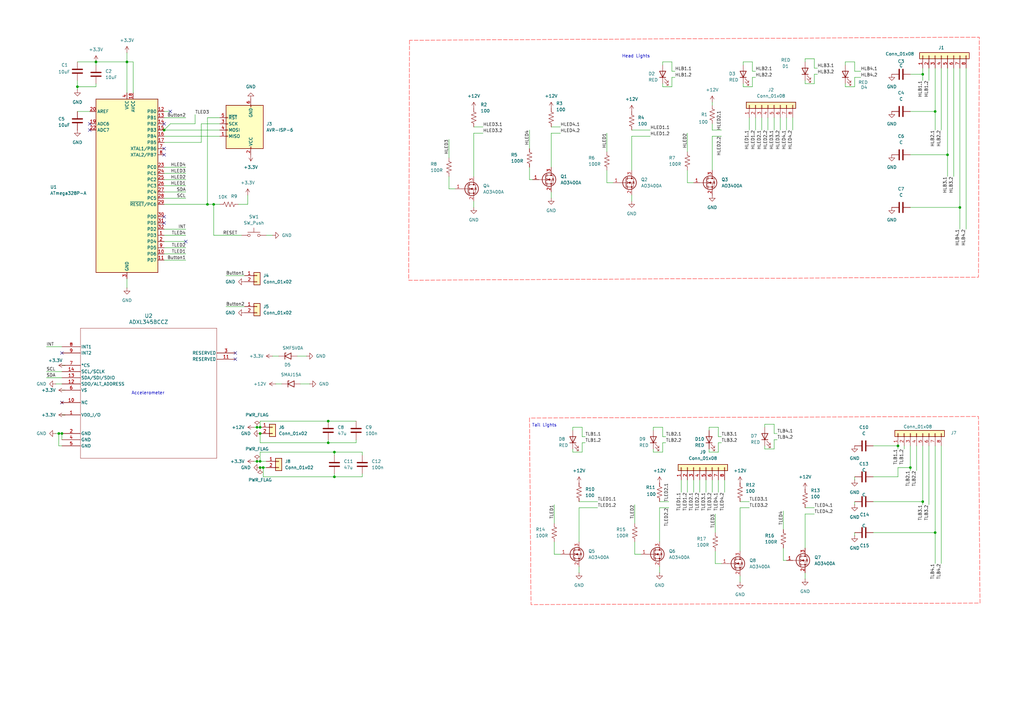
<source format=kicad_sch>
(kicad_sch (version 20250114) (generator "eeschema") (generator_version "9.0")
  (paper "A3")
  (lib_symbols
    (symbol "ADXL345BCCZ:ADXL345BCCZ" (pin_names (offset 0.254))
      (property "Reference" "U2" (at 35.56 12.7 0))
      (property "Value" "ADXL345BCCZ" (at 35.56 10.16 0))
      (symbol "ADXL345BCCZ_1_1"
        (pin output line (at 0 0 0) (length 7.62) (name "INT1") (number "8"))
        (pin output line (at 0 -2.54 0) (length 7.62) (name "INT2") (number "9"))
        (pin input line (at 0 -7.62 0) (length 7.62) (name "*CS") (number "7"))
        (pin bidirectional line (at 0 -10.16 0) (length 7.62) (name "SCL/SCLK") (number "14"))
        (pin bidirectional line (at 0 -12.7 0) (length 7.62) (name "SDA/SDI/SDIO") (number "13"))
        (pin power_in line (at 0 -15.24 0) (length 7.62) (name "SDO/ALT_ADDRESS") (number "12"))
        (pin power_in line (at 0 -17.78 0) (length 7.62) (name "VS") (number "6"))
        (pin no_connect line (at 0 -22.86 0) (length 7.62) (name "NC") (number "10"))
        (pin power_in line (at 0 -27.94 0) (length 7.62) (name "VDD_I/O") (number "1"))
        (pin power_in line (at 0 -35.56 0) (length 7.62) (name "GND") (number "2"))
        (pin power_in line (at 0 -38.1 0) (length 7.62) (name "GND") (number "4"))
        (pin power_in line (at 0 -40.64 0) (length 7.62) (name "GND") (number "5"))
        (pin passive line (at 71.12 -2.54 180) (length 7.62) (name "RESERVED") (number "3"))
        (pin passive line (at 71.12 -5.08 180) (length 7.62) (name "RESERVED") (number "11"))
      )
    )
    (symbol "AVR-ISP-6_1" (pin_names (offset 1.016))
      (property "Reference" "J" (at -6.35 11.43 0))
      (property "Value" "AVR-ISP-6" (at 0 11.43 0))
      (symbol "AVR-ISP-6_1_1_1"
        (pin passive line (at -2.54 12.7 270) (length 2.54) (name "VCC") (number "2"))
        (pin passive line (at -2.54 -10.16 90) (length 2.54) (name "GND") (number "6"))
        (pin passive line (at 10.16 5.08 180) (length 2.54) (name "MISO") (number "1"))
        (pin passive line (at 10.16 2.54 180) (length 2.54) (name "MOSI") (number "4"))
        (pin passive line (at 10.16 0 180) (length 2.54) (name "SCK") (number "3"))
        (pin passive line (at 10.16 -2.54 180) (length 2.54) (name "~{RST}") (number "5"))
      )
    )
    (symbol "Connector_Generic:Conn_01x02" (pin_names (offset 1.016) (hide yes))
      (property "Reference" "J" (at 0 2.54 0))
      (property "Value" "Conn_01x02" (at 0 -5.08 0))
      (symbol "Conn_01x02_1_1"
        (pin passive line (at -5.08 0 0) (length 3.81) (name "Pin_1") (number "1"))
        (pin passive line (at -5.08 -2.54 0) (length 3.81) (name "Pin_2") (number "2"))
      )
    )
    (symbol "Connector_Generic:Conn_01x08" (pin_names (offset 1.016) (hide yes))
      (property "Reference" "J" (at 0 10.16 0))
      (property "Value" "Conn_01x08" (at 0 -12.7 0))
      (symbol "Conn_01x08_1_1"
        (pin passive line (at -5.08 7.62 0) (length 3.81) (name "Pin_1") (number "1"))
        (pin passive line (at -5.08 5.08 0) (length 3.81) (name "Pin_2") (number "2"))
        (pin passive line (at -5.08 2.54 0) (length 3.81) (name "Pin_3") (number "3"))
        (pin passive line (at -5.08 0 0) (length 3.81) (name "Pin_4") (number "4"))
        (pin passive line (at -5.08 -2.54 0) (length 3.81) (name "Pin_5") (number "5"))
        (pin passive line (at -5.08 -5.08 0) (length 3.81) (name "Pin_6") (number "6"))
        (pin passive line (at -5.08 -7.62 0) (length 3.81) (name "Pin_7") (number "7"))
        (pin passive line (at -5.08 -10.16 0) (length 3.81) (name "Pin_8") (number "8"))
      )
    )
    (symbol "Device:C" (pin_numbers (hide yes)) (pin_names (offset 0.254))
      (property "Reference" "C" (at 0.635 2.54 0))
      (property "Value" "C" (at 0.635 -2.54 0))
      (symbol "C_1_1"
        (pin passive line (at 0 3.81 270) (length 2.794) (name "~") (number "1"))
        (pin passive line (at 0 -3.81 90) (length 2.794) (name "~") (number "2"))
      )
    )
    (symbol "Device:LED" (pin_numbers (hide yes)) (pin_names (offset 1.016) (hide yes))
      (property "Reference" "D" (at 0 2.54 0))
      (property "Value" "LED" (at 0 -2.54 0))
      (symbol "LED_1_1"
        (pin passive line (at -3.81 0 0) (length 2.54) (name "K") (number "1"))
        (pin passive line (at 3.81 0 180) (length 2.54) (name "A") (number "2"))
      )
    )
    (symbol "Device:R_US" (pin_numbers (hide yes)) (pin_names (offset 0))
      (property "Reference" "R" (at 2.54 0 90))
      (property "Value" "R_US" (at -2.54 0 90))
      (symbol "R_US_1_1"
        (pin passive line (at 0 3.81 270) (length 1.27) (name "~") (number "1"))
        (pin passive line (at 0 -3.81 90) (length 1.27) (name "~") (number "2"))
      )
    )
    (symbol "Diode:SMAJ15A" (pin_numbers (hide yes)) (pin_names (offset 1.016) (hide yes))
      (property "Reference" "D" (at 0 2.54 0))
      (property "Value" "SMAJ15A" (at 0 -2.54 0))
      (symbol "SMAJ15A_1_1"
        (pin passive line (at -3.81 0 0) (length 2.54) (name "A1") (number "1"))
        (pin passive line (at 3.81 0 180) (length 2.54) (name "A2") (number "2"))
      )
    )
    (symbol "Diode:SMF5V0A" (pin_numbers (hide yes)) (pin_names (offset 1.016) (hide yes))
      (property "Reference" "D" (at 0 2.54 0))
      (property "Value" "SMF5V0A" (at 0 -2.54 0))
      (symbol "SMF5V0A_1_1"
        (pin passive line (at -3.81 0 0) (length 2.54) (name "A1") (number "1"))
        (pin passive line (at 3.81 0 180) (length 2.54) (name "A2") (number "2"))
      )
    )
    (symbol "MCU_Microchip_ATmega:ATmega328P-A"
      (property "Reference" "U" (at -12.7 36.83 0))
      (property "Value" "ATmega328P-A" (at 2.54 -36.83 0))
      (symbol "ATmega328P-A_1_1"
        (pin passive line (at -15.24 30.48 0) (length 2.54) (name "AREF") (number "20"))
        (pin input line (at -15.24 25.4 0) (length 2.54) (name "ADC6") (number "19"))
        (pin input line (at -15.24 22.86 0) (length 2.54) (name "ADC7") (number "22"))
        (pin power_in line (at 0 38.1 270) (length 2.54) (name "VCC") (number "4"))
        (pin passive line (at 0 38.1 270) (length 2.54) (hide yes) (name "VCC") (number "6"))
        (pin passive line (at 0 -38.1 90) (length 2.54) (hide yes) (name "GND") (number "21"))
        (pin power_in line (at 0 -38.1 90) (length 2.54) (name "GND") (number "3"))
        (pin passive line (at 0 -38.1 90) (length 2.54) (hide yes) (name "GND") (number "5"))
        (pin power_in line (at 2.54 38.1 270) (length 2.54) (name "AVCC") (number "18"))
        (pin bidirectional line (at 15.24 30.48 180) (length 2.54) (name "PB0") (number "12"))
        (pin bidirectional line (at 15.24 27.94 180) (length 2.54) (name "PB1") (number "13"))
        (pin bidirectional line (at 15.24 25.4 180) (length 2.54) (name "PB2") (number "14"))
        (pin bidirectional line (at 15.24 22.86 180) (length 2.54) (name "PB3") (number "15"))
        (pin bidirectional line (at 15.24 20.32 180) (length 2.54) (name "PB4") (number "16"))
        (pin bidirectional line (at 15.24 17.78 180) (length 2.54) (name "PB5") (number "17"))
        (pin bidirectional line (at 15.24 15.24 180) (length 2.54) (name "XTAL1/PB6") (number "7"))
        (pin bidirectional line (at 15.24 12.7 180) (length 2.54) (name "XTAL2/PB7") (number "8"))
        (pin bidirectional line (at 15.24 7.62 180) (length 2.54) (name "PC0") (number "23"))
        (pin bidirectional line (at 15.24 5.08 180) (length 2.54) (name "PC1") (number "24"))
        (pin bidirectional line (at 15.24 2.54 180) (length 2.54) (name "PC2") (number "25"))
        (pin bidirectional line (at 15.24 0 180) (length 2.54) (name "PC3") (number "26"))
        (pin bidirectional line (at 15.24 -2.54 180) (length 2.54) (name "PC4") (number "27"))
        (pin bidirectional line (at 15.24 -5.08 180) (length 2.54) (name "PC5") (number "28"))
        (pin bidirectional line (at 15.24 -7.62 180) (length 2.54) (name "~{RESET}/PC6") (number "29"))
        (pin bidirectional line (at 15.24 -12.7 180) (length 2.54) (name "PD0") (number "30"))
        (pin bidirectional line (at 15.24 -15.24 180) (length 2.54) (name "PD1") (number "31"))
        (pin bidirectional line (at 15.24 -17.78 180) (length 2.54) (name "PD2") (number "32"))
        (pin bidirectional line (at 15.24 -20.32 180) (length 2.54) (name "PD3") (number "1"))
        (pin bidirectional line (at 15.24 -22.86 180) (length 2.54) (name "PD4") (number "2"))
        (pin bidirectional line (at 15.24 -25.4 180) (length 2.54) (name "PD5") (number "9"))
        (pin bidirectional line (at 15.24 -27.94 180) (length 2.54) (name "PD6") (number "10"))
        (pin bidirectional line (at 15.24 -30.48 180) (length 2.54) (name "PD7") (number "11"))
      )
    )
    (symbol "Switch:SW_Push" (pin_numbers (hide yes)) (pin_names (offset 1.016) (hide yes))
      (property "Reference" "SW" (at 1.27 2.54 0))
      (property "Value" "SW_Push" (at 0 -1.524 0))
      (symbol "SW_Push_0_1"
        (pin passive line (at -5.08 0 0) (length 2.54) (name "1") (number "1"))
        (pin passive line (at 5.08 0 180) (length 2.54) (name "2") (number "2"))
      )
    )
    (symbol "Transistor_FET:AO3400A" (pin_names (offset 0) (hide yes))
      (property "Reference" "Q" (at 5.08 1.905 0))
      (property "Value" "AO3400A" (at 5.08 0 0))
      (symbol "AO3400A_1_1"
        (pin input line (at -5.08 0 0) (length 2.54) (name "G") (number "1"))
        (pin passive line (at 2.54 5.08 270) (length 2.54) (name "D") (number "3"))
        (pin passive line (at 2.54 -5.08 90) (length 2.54) (name "S") (number "2"))
      )
    )
    (symbol "power:+12V" (power) (pin_numbers (hide yes)) (pin_names (offset 0) (hide yes))
      (property "Value" "+12V" (at 0 3.556 0))
      (symbol "+12V_1_1"
        (pin power_in line (at 0 0 90) (length 0) (name "~") (number "1"))
      )
    )
    (symbol "power:+3.3V" (power) (pin_numbers (hide yes)) (pin_names (offset 0) (hide yes))
      (property "Value" "+3.3V" (at 0 3.556 0))
      (symbol "+3.3V_1_1"
        (pin power_in line (at 0 0 90) (length 0) (name "~") (number "1"))
      )
    )
    (symbol "power:GND" (power) (pin_numbers (hide yes)) (pin_names (offset 0) (hide yes))
      (property "Value" "GND" (at 0 -3.81 0))
      (symbol "GND_1_1"
        (pin power_in line (at 0 0 270) (length 0) (name "~") (number "1"))
      )
    )
    (symbol "power:PWR_FLAG" (power) (pin_numbers (hide yes)) (pin_names (offset 0) (hide yes))
      (property "Value" "PWR_FLAG" (at 0 3.81 0))
      (symbol "PWR_FLAG_0_0"
        (pin power_out line (at 0 0 90) (length 0) (name "~") (number "1"))
      )
    )
  )
  (text "Head Lights\n" (at 260.858 23.114 0) (effects (font (size 1.27 1.27))))
  (text "Tail Lights\n" (at 223.266 174.498 0) (effects (font (size 1.27 1.27))))
  (text "Accelerometer" (at 60.706 161.29 0) (effects (font (size 1.27 1.27))))
  (junction (at 107.95 191.77))
  (junction (at 25.4 177.8))
  (junction (at 137.16 195.58))
  (junction (at 383.54 45.72))
  (junction (at 368.3 182.88))
  (junction (at 383.54 218.44))
  (junction (at 134.62 181.61))
  (junction (at 393.7 85.09))
  (junction (at 134.62 172.72))
  (junction (at 105.41 175.26))
  (junction (at 105.41 189.23))
  (junction (at 137.16 185.42))
  (junction (at 388.62 63.5))
  (junction (at 106.68 191.77))
  (junction (at 373.38 191.77))
  (junction (at 378.46 30.48))
  (junction (at 39.37 25.4))
  (junction (at 87.63 83.82))
  (junction (at 106.68 177.8))
  (junction (at 106.68 175.26))
  (junction (at 24.13 177.8))
  (junction (at 31.75 35.56))
  (junction (at 378.46 205.74))
  (junction (at 85.09 83.82))
  (junction (at 67.31 53.34))
  (junction (at 106.68 189.23))
  (junction (at 52.07 25.4))
  (no_connect (at 67.31 60.96))
  (no_connect (at 67.31 88.9))
  (no_connect (at 25.4 165.1))
  (no_connect (at 36.83 53.34))
  (no_connect (at 36.83 50.8))
  (no_connect (at 96.52 147.32))
  (no_connect (at 67.31 63.5))
  (no_connect (at 25.4 144.78))
  (no_connect (at 67.31 50.8))
  (no_connect (at 69.85 45.72))
  (no_connect (at 96.52 144.78))
  (no_connect (at 67.31 91.44))
  (no_connect (at 76.2 99.06))
  (wire (pts (xy 350.52 29.21) (xy 353.06 29.21)))
  (wire (pts (xy 383.54 218.44) (xy 383.54 231.14)))
  (wire (pts (xy 92.71 113.03) (xy 100.33 113.03)))
  (wire (pts (xy 368.3 195.58) (xy 368.3 191.77)))
  (wire (pts (xy 330.2 208.28) (xy 334.01 208.28)))
  (wire (pts (xy 80.01 50.8) (xy 69.85 50.8)))
  (wire (pts (xy 25.4 142.24) (xy 19.05 142.24)))
  (wire (pts (xy 67.31 48.26) (xy 76.2 48.26)))
  (wire (pts (xy 82.55 50.8) (xy 90.17 50.8)))
  (wire (pts (xy 194.31 54.61) (xy 198.12 54.61)))
  (wire (pts (xy 271.78 175.26) (xy 271.78 179.07)))
  (wire (pts (xy 375.92 182.88) (xy 375.92 193.04)))
  (wire (pts (xy 67.31 101.6) (xy 76.2 101.6)))
  (wire (pts (xy 271.78 179.07) (xy 273.05 179.07)))
  (wire (pts (xy 320.04 48.26) (xy 320.04 53.34)))
  (wire (pts (xy 297.18 196.85) (xy 297.18 201.93)))
  (wire (pts (xy 76.2 71.12) (xy 67.31 71.12)))
  (wire (pts (xy 67.31 55.88) (xy 90.17 55.88)))
  (wire (pts (xy 350.52 195.58) (xy 350.52 196.85)))
  (wire (pts (xy 358.14 205.74) (xy 378.46 205.74)))
  (wire (pts (xy 67.31 81.28) (xy 76.2 81.28)))
  (wire (pts (xy 31.75 35.56) (xy 39.37 35.56)))
  (wire (pts (xy 322.58 48.26) (xy 322.58 53.34)))
  (wire (pts (xy 25.4 154.94) (xy 19.05 154.94)))
  (wire (pts (xy 388.62 27.94) (xy 388.62 63.5)))
  (wire (pts (xy 275.59 25.4) (xy 275.59 29.21)))
  (wire (pts (xy 317.5 48.26) (xy 317.5 53.34)))
  (wire (pts (xy 106.68 172.72) (xy 134.62 172.72)))
  (wire (pts (xy 373.38 182.88) (xy 373.38 191.77)))
  (wire (pts (xy 330.2 24.13) (xy 334.01 24.13)))
  (wire (pts (xy 87.63 96.52) (xy 99.06 96.52)))
  (wire (pts (xy 109.22 96.52) (xy 111.76 96.52)))
  (wire (pts (xy 54.61 25.4) (xy 54.61 38.1)))
  (wire (pts (xy 303.53 236.22) (xy 303.53 238.76)))
  (wire (pts (xy 271.78 181.61) (xy 273.05 181.61)))
  (wire (pts (xy 346.71 34.29) (xy 346.71 35.56)))
  (wire (pts (xy 52.07 114.3) (xy 52.07 118.11)))
  (wire (pts (xy 330.2 210.82) (xy 334.01 210.82)))
  (wire (pts (xy 104.14 175.26) (xy 105.41 175.26)))
  (wire (pts (xy 194.31 54.61) (xy 194.31 72.39)))
  (wire (pts (xy 294.64 181.61) (xy 295.91 181.61)))
  (wire (pts (xy 67.31 93.98) (xy 76.2 93.98)))
  (wire (pts (xy 386.08 27.94) (xy 386.08 53.34)))
  (wire (pts (xy 368.3 182.88) (xy 368.3 184.15)))
  (wire (pts (xy 313.69 184.15) (xy 317.5 184.15)))
  (wire (pts (xy 259.08 80.01) (xy 259.08 82.55)))
  (wire (pts (xy 109.22 191.77) (xy 107.95 191.77)))
  (wire (pts (xy 226.06 52.07) (xy 229.87 52.07)))
  (wire (pts (xy 111.76 146.05) (xy 114.3 146.05)))
  (wire (pts (xy 350.52 25.4) (xy 350.52 29.21)))
  (wire (pts (xy 22.86 177.8) (xy 24.13 177.8)))
  (wire (pts (xy 330.2 234.95) (xy 330.2 237.49)))
  (wire (pts (xy 330.2 33.02) (xy 330.2 34.29)))
  (wire (pts (xy 388.62 63.5) (xy 388.62 72.39)))
  (wire (pts (xy 194.31 82.55) (xy 194.31 85.09)))
  (wire (pts (xy 290.83 184.15) (xy 290.83 185.42)))
  (wire (pts (xy 330.2 34.29) (xy 334.01 34.29)))
  (wire (pts (xy 270.51 208.28) (xy 274.32 208.28)))
  (wire (pts (xy 25.4 182.88) (xy 24.13 182.88)))
  (wire (pts (xy 217.17 53.34) (xy 217.17 60.96)))
  (wire (pts (xy 80.01 46.99) (xy 80.01 50.8)))
  (wire (pts (xy 67.31 45.72) (xy 69.85 45.72)))
  (wire (pts (xy 358.14 182.88) (xy 368.3 182.88)))
  (wire (pts (xy 317.5 173.99) (xy 317.5 177.8)))
  (wire (pts (xy 105.41 189.23) (xy 106.68 189.23)))
  (wire (pts (xy 25.4 180.34) (xy 25.4 177.8)))
  (wire (pts (xy 304.8 25.4) (xy 308.61 25.4)))
  (wire (pts (xy 370.84 182.88) (xy 370.84 184.15)))
  (wire (pts (xy 292.1 41.91) (xy 292.1 43.18)))
  (wire (pts (xy 396.24 27.94) (xy 396.24 93.98)))
  (wire (pts (xy 238.76 181.61) (xy 240.03 181.61)))
  (wire (pts (xy 373.38 85.09) (xy 393.7 85.09)))
  (wire (pts (xy 303.53 208.28) (xy 303.53 226.06)))
  (wire (pts (xy 106.68 177.8) (xy 106.68 181.61)))
  (wire (pts (xy 334.01 27.94) (xy 335.28 27.94)))
  (wire (pts (xy 39.37 25.4) (xy 39.37 26.67)))
  (wire (pts (xy 148.59 185.42) (xy 148.59 186.69)))
  (wire (pts (xy 90.17 48.26) (xy 85.09 48.26)))
  (wire (pts (xy 85.09 48.26) (xy 85.09 83.82)))
  (wire (pts (xy 194.31 52.07) (xy 198.12 52.07)))
  (wire (pts (xy 294.64 185.42) (xy 294.64 181.61)))
  (wire (pts (xy 31.75 45.72) (xy 36.83 45.72)))
  (wire (pts (xy 294.64 179.07) (xy 295.91 179.07)))
  (wire (pts (xy 92.71 125.73) (xy 100.33 125.73)))
  (wire (pts (xy 292.1 53.34) (xy 295.91 53.34)))
  (wire (pts (xy 137.16 194.31) (xy 137.16 195.58)))
  (wire (pts (xy 304.8 35.56) (xy 308.61 35.56)))
  (wire (pts (xy 259.08 53.34) (xy 266.7 53.34)))
  (wire (pts (xy 271.78 26.67) (xy 271.78 25.4)))
  (wire (pts (xy 227.33 227.33) (xy 229.87 227.33)))
  (wire (pts (xy 313.69 182.88) (xy 313.69 184.15)))
  (wire (pts (xy 346.71 26.67) (xy 346.71 25.4)))
  (wire (pts (xy 39.37 34.29) (xy 39.37 35.56)))
  (wire (pts (xy 87.63 83.82) (xy 90.17 83.82)))
  (wire (pts (xy 52.07 25.4) (xy 54.61 25.4)))
  (wire (pts (xy 25.4 160.02) (xy 26.67 160.02)))
  (wire (pts (xy 217.17 73.66) (xy 218.44 73.66)))
  (wire (pts (xy 292.1 50.8) (xy 292.1 53.34)))
  (wire (pts (xy 378.46 27.94) (xy 378.46 30.48)))
  (wire (pts (xy 67.31 83.82) (xy 85.09 83.82)))
  (wire (pts (xy 248.92 54.61) (xy 248.92 62.23)))
  (wire (pts (xy 393.7 27.94) (xy 393.7 85.09)))
  (wire (pts (xy 107.95 191.77) (xy 106.68 191.77)))
  (wire (pts (xy 275.59 31.75) (xy 276.86 31.75)))
  (wire (pts (xy 287.02 196.85) (xy 287.02 201.93)))
  (wire (pts (xy 373.38 63.5) (xy 388.62 63.5)))
  (wire (pts (xy 290.83 176.53) (xy 290.83 175.26)))
  (wire (pts (xy 260.35 207.01) (xy 260.35 214.63)))
  (wire (pts (xy 121.92 146.05) (xy 125.73 146.05)))
  (wire (pts (xy 260.35 227.33) (xy 262.89 227.33)))
  (wire (pts (xy 373.38 30.48) (xy 378.46 30.48)))
  (wire (pts (xy 281.94 74.93) (xy 284.48 74.93)))
  (wire (pts (xy 267.97 175.26) (xy 271.78 175.26)))
  (wire (pts (xy 383.54 182.88) (xy 383.54 218.44)))
  (wire (pts (xy 22.86 157.48) (xy 25.4 157.48)))
  (wire (pts (xy 237.49 208.28) (xy 237.49 222.25)))
  (wire (pts (xy 275.59 29.21) (xy 276.86 29.21)))
  (wire (pts (xy 284.48 196.85) (xy 284.48 201.93)))
  (wire (pts (xy 293.37 231.14) (xy 295.91 231.14)))
  (wire (pts (xy 237.49 208.28) (xy 245.11 208.28)))
  (wire (pts (xy 378.46 182.88) (xy 378.46 205.74)))
  (wire (pts (xy 383.54 45.72) (xy 383.54 53.34)))
  (wire (pts (xy 226.06 78.74) (xy 226.06 81.28)))
  (wire (pts (xy 67.31 96.52) (xy 76.2 96.52)))
  (wire (pts (xy 234.95 184.15) (xy 234.95 185.42)))
  (wire (pts (xy 281.94 196.85) (xy 281.94 201.93)))
  (wire (pts (xy 24.13 177.8) (xy 25.4 177.8)))
  (wire (pts (xy 76.2 76.2) (xy 67.31 76.2)))
  (wire (pts (xy 378.46 30.48) (xy 378.46 33.02)))
  (wire (pts (xy 238.76 185.42) (xy 238.76 181.61)))
  (wire (pts (xy 101.6 83.82) (xy 101.6 80.01)))
  (wire (pts (xy 304.8 26.67) (xy 304.8 25.4)))
  (wire (pts (xy 267.97 184.15) (xy 267.97 185.42)))
  (wire (pts (xy 281.94 54.61) (xy 281.94 62.23)))
  (wire (pts (xy 184.15 72.39) (xy 184.15 77.47)))
  (wire (pts (xy 31.75 36.83) (xy 31.75 35.56)))
  (wire (pts (xy 234.95 176.53) (xy 234.95 175.26)))
  (wire (pts (xy 358.14 218.44) (xy 383.54 218.44)))
  (wire (pts (xy 217.17 73.66) (xy 217.17 68.58)))
  (wire (pts (xy 271.78 34.29) (xy 271.78 35.56)))
  (wire (pts (xy 386.08 182.88) (xy 386.08 231.14)))
  (wire (pts (xy 25.4 152.4) (xy 19.05 152.4)))
  (wire (pts (xy 105.41 175.26) (xy 106.68 175.26)))
  (wire (pts (xy 281.94 69.85) (xy 281.94 74.93)))
  (wire (pts (xy 330.2 25.4) (xy 330.2 24.13)))
  (wire (pts (xy 248.92 69.85) (xy 248.92 74.93)))
  (wire (pts (xy 358.14 195.58) (xy 368.3 195.58)))
  (wire (pts (xy 137.16 185.42) (xy 148.59 185.42)))
  (wire (pts (xy 227.33 207.01) (xy 227.33 214.63)))
  (wire (pts (xy 106.68 185.42) (xy 137.16 185.42)))
  (wire (pts (xy 107.95 195.58) (xy 137.16 195.58)))
  (wire (pts (xy 97.79 83.82) (xy 101.6 83.82)))
  (wire (pts (xy 137.16 195.58) (xy 148.59 195.58)))
  (wire (pts (xy 381 27.94) (xy 381 33.02)))
  (wire (pts (xy 308.61 35.56) (xy 308.61 31.75)))
  (wire (pts (xy 313.69 175.26) (xy 313.69 173.99)))
  (wire (pts (xy 303.53 208.28) (xy 307.34 208.28)))
  (wire (pts (xy 52.07 21.59) (xy 52.07 25.4)))
  (wire (pts (xy 334.01 24.13) (xy 334.01 27.94)))
  (wire (pts (xy 304.8 34.29) (xy 304.8 35.56)))
  (wire (pts (xy 184.15 77.47) (xy 186.69 77.47)))
  (wire (pts (xy 260.35 222.25) (xy 260.35 227.33)))
  (wire (pts (xy 113.03 157.48) (xy 115.57 157.48)))
  (wire (pts (xy 350.52 205.74) (xy 350.52 207.01)))
  (wire (pts (xy 292.1 55.88) (xy 292.1 69.85)))
  (wire (pts (xy 146.05 180.34) (xy 146.05 181.61)))
  (wire (pts (xy 294.64 175.26) (xy 294.64 179.07)))
  (wire (pts (xy 350.52 218.44) (xy 350.52 219.71)))
  (wire (pts (xy 137.16 185.42) (xy 137.16 186.69)))
  (wire (pts (xy 267.97 176.53) (xy 267.97 175.26)))
  (wire (pts (xy 373.38 45.72) (xy 383.54 45.72)))
  (wire (pts (xy 290.83 175.26) (xy 294.64 175.26)))
  (wire (pts (xy 308.61 31.75) (xy 309.88 31.75)))
  (wire (pts (xy 267.97 185.42) (xy 271.78 185.42)))
  (wire (pts (xy 234.95 175.26) (xy 238.76 175.26)))
  (wire (pts (xy 67.31 78.74) (xy 76.2 78.74)))
  (wire (pts (xy 309.88 48.26) (xy 309.88 53.34)))
  (wire (pts (xy 321.31 229.87) (xy 321.31 224.79)))
  (wire (pts (xy 321.31 209.55) (xy 321.31 217.17)))
  (wire (pts (xy 303.53 205.74) (xy 307.34 205.74)))
  (wire (pts (xy 237.49 232.41) (xy 237.49 234.95)))
  (wire (pts (xy 346.71 25.4) (xy 350.52 25.4)))
  (wire (pts (xy 271.78 35.56) (xy 275.59 35.56)))
  (wire (pts (xy 39.37 25.4) (xy 52.07 25.4)))
  (wire (pts (xy 307.34 48.26) (xy 307.34 53.34)))
  (wire (pts (xy 373.38 191.77) (xy 373.38 193.04)))
  (wire (pts (xy 314.96 48.26) (xy 314.96 53.34)))
  (wire (pts (xy 308.61 25.4) (xy 308.61 29.21)))
  (wire (pts (xy 148.59 194.31) (xy 148.59 195.58)))
  (wire (pts (xy 76.2 68.58) (xy 67.31 68.58)))
  (wire (pts (xy 317.5 177.8) (xy 318.77 177.8)))
  (wire (pts (xy 383.54 27.94) (xy 383.54 45.72)))
  (wire (pts (xy 67.31 53.34) (xy 90.17 53.34)))
  (wire (pts (xy 313.69 173.99) (xy 317.5 173.99)))
  (wire (pts (xy 312.42 48.26) (xy 312.42 53.34)))
  (wire (pts (xy 308.61 29.21) (xy 309.88 29.21)))
  (wire (pts (xy 346.71 35.56) (xy 350.52 35.56)))
  (wire (pts (xy 69.85 50.8) (xy 67.31 53.34)))
  (wire (pts (xy 82.55 50.8) (xy 82.55 58.42)))
  (wire (pts (xy 290.83 185.42) (xy 294.64 185.42)))
  (wire (pts (xy 39.37 25.4) (xy 31.75 25.4)))
  (wire (pts (xy 330.2 210.82) (xy 330.2 224.79)))
  (wire (pts (xy 106.68 175.26) (xy 106.68 172.72)))
  (wire (pts (xy 67.31 58.42) (xy 82.55 58.42)))
  (wire (pts (xy 24.13 182.88) (xy 24.13 177.8)))
  (wire (pts (xy 134.62 181.61) (xy 146.05 181.61)))
  (wire (pts (xy 259.08 55.88) (xy 259.08 69.85)))
  (wire (pts (xy 184.15 57.15) (xy 184.15 64.77)))
  (wire (pts (xy 104.14 189.23) (xy 105.41 189.23)))
  (wire (pts (xy 25.4 149.86) (xy 26.67 149.86)))
  (wire (pts (xy 271.78 185.42) (xy 271.78 181.61)))
  (wire (pts (xy 294.64 196.85) (xy 294.64 201.93)))
  (wire (pts (xy 292.1 55.88) (xy 295.91 55.88)))
  (wire (pts (xy 293.37 210.82) (xy 293.37 218.44)))
  (wire (pts (xy 134.62 180.34) (xy 134.62 181.61)))
  (wire (pts (xy 234.95 185.42) (xy 238.76 185.42)))
  (wire (pts (xy 368.3 191.77) (xy 373.38 191.77)))
  (wire (pts (xy 248.92 74.93) (xy 251.46 74.93)))
  (wire (pts (xy 31.75 33.02) (xy 31.75 35.56)))
  (wire (pts (xy 123.19 157.48) (xy 127 157.48)))
  (wire (pts (xy 271.78 25.4) (xy 275.59 25.4)))
  (wire (pts (xy 289.56 196.85) (xy 289.56 201.93)))
  (wire (pts (xy 226.06 54.61) (xy 226.06 68.58)))
  (wire (pts (xy 238.76 175.26) (xy 238.76 179.07)))
  (wire (pts (xy 378.46 205.74) (xy 378.46 207.01)))
  (wire (pts (xy 317.5 184.15) (xy 317.5 180.34)))
  (wire (pts (xy 109.22 189.23) (xy 106.68 189.23)))
  (wire (pts (xy 25.4 170.18) (xy 26.67 170.18)))
  (wire (pts (xy 391.16 27.94) (xy 391.16 72.39)))
  (wire (pts (xy 293.37 226.06) (xy 293.37 231.14)))
  (wire (pts (xy 106.68 189.23) (xy 106.68 185.42)))
  (wire (pts (xy 134.62 172.72) (xy 146.05 172.72)))
  (wire (pts (xy 325.12 48.26) (xy 325.12 53.34)))
  (wire (pts (xy 259.08 55.88) (xy 266.7 55.88)))
  (wire (pts (xy 381 182.88) (xy 381 207.01)))
  (wire (pts (xy 237.49 205.74) (xy 245.11 205.74)))
  (wire (pts (xy 275.59 35.56) (xy 275.59 31.75)))
  (wire (pts (xy 270.51 232.41) (xy 270.51 234.95)))
  (wire (pts (xy 317.5 180.34) (xy 318.77 180.34)))
  (wire (pts (xy 270.51 205.74) (xy 274.32 205.74)))
  (wire (pts (xy 67.31 106.68) (xy 76.2 106.68)))
  (wire (pts (xy 393.7 85.09) (xy 393.7 93.98)))
  (wire (pts (xy 350.52 35.56) (xy 350.52 31.75)))
  (wire (pts (xy 76.2 73.66) (xy 67.31 73.66)))
  (wire (pts (xy 227.33 222.25) (xy 227.33 227.33)))
  (wire (pts (xy 106.68 181.61) (xy 134.62 181.61)))
  (wire (pts (xy 87.63 83.82) (xy 87.63 96.52)))
  (wire (pts (xy 292.1 196.85) (xy 292.1 201.93)))
  (wire (pts (xy 334.01 30.48) (xy 335.28 30.48)))
  (wire (pts (xy 226.06 54.61) (xy 229.87 54.61)))
  (wire (pts (xy 270.51 208.28) (xy 270.51 222.25)))
  (wire (pts (xy 279.4 196.85) (xy 279.4 201.93)))
  (wire (pts (xy 107.95 191.77) (xy 107.95 195.58)))
  (wire (pts (xy 85.09 83.82) (xy 87.63 83.82)))
  (wire (pts (xy 52.07 25.4) (xy 52.07 38.1)))
  (wire (pts (xy 350.52 31.75) (xy 353.06 31.75)))
  (wire (pts (xy 67.31 104.14) (xy 76.2 104.14)))
  (wire (pts (xy 334.01 34.29) (xy 334.01 30.48)))
  (wire (pts (xy 238.76 179.07) (xy 240.03 179.07)))
  (wire (pts (xy 67.31 99.06) (xy 76.2 99.06)))
  (wire (pts (xy 321.31 229.87) (xy 322.58 229.87)))
  (label "TLB4.1" (at 383.54 231.14 270))
  (label "TLED3" (at 80.01 46.99 0))
  (label "HLED2.1" (at 295.91 53.34 90))
  (label "HLB2.2" (at 386.08 53.34 270))
  (label "TLED1.2" (at 281.94 201.93 270))
  (label "HLB2.1" (at 383.54 53.34 270))
  (label "HLB4.2" (at 396.24 93.98 270))
  (label "HLB3.1" (at 388.62 72.39 270))
  (label "Button2" (at 76.2 48.26 180))
  (label "HLB3.2" (at 391.16 72.39 270))
  (label "TLED3.2" (at 292.1 201.93 270))
  (label "TLED4" (at 321.31 209.55 270))
  (label "TLED3.1" (at 289.56 201.93 270))
  (label "TLED3" (at 293.37 210.82 270))
  (label "HLB2.2" (at 309.88 31.75 0))
  (label "HLED2.1" (at 312.42 53.34 270))
  (label "TLED4" (at 76.2 96.52 180))
  (label "TLED3.1" (at 307.34 205.74 0))
  (label "HLED1.2" (at 309.88 53.34 270))
  (label "TLED4.1" (at 334.01 208.28 0))
  (label "HLED1.1" (at 266.7 53.34 0))
  (label "TLED1" (at 76.2 104.14 180))
  (label "HLED3.2" (at 320.04 53.34 270))
  (label "HLED2" (at 76.2 73.66 180))
  (label "TLED3.2" (at 307.34 208.28 0))
  (label "TLB2.2" (at 273.05 181.61 0))
  (label "HLB1.2" (at 381 33.02 270))
  (label "TLED4.2" (at 297.18 201.93 270))
  (label "HLED4.2" (at 229.87 54.61 0))
  (label "TLB2.1" (at 273.05 179.07 0))
  (label "HLED1.2" (at 266.7 55.88 0))
  (label "HLED3.1" (at 198.12 52.07 0))
  (label "TLB4.1" (at 318.77 177.8 0))
  (label "HLED4" (at 217.17 53.34 270))
  (label "HLED3" (at 76.2 71.12 180))
  (label "HLED4.1" (at 229.87 52.07 0))
  (label "HLED2.2" (at 314.96 53.34 270))
  (label "HLED3.1" (at 317.5 53.34 270))
  (label "HLB4.2" (at 353.06 31.75 0))
  (label "HLB2.1" (at 309.88 29.21 0))
  (label "HLB3.1" (at 335.28 27.94 0))
  (label "INT" (at 19.05 142.24 0))
  (label "TLED1.2" (at 245.11 208.28 0))
  (label "HLB1.2" (at 276.86 31.75 0))
  (label "TLED1.1" (at 279.4 201.93 270))
  (label "TLB4.2" (at 386.08 231.14 270))
  (label "SCL" (at 76.2 81.28 180))
  (label "TLB2.2" (at 375.92 193.04 270))
  (label "SCL" (at 19.05 152.4 0))
  (label "TLB1.2" (at 240.03 181.61 0))
  (label "HLED4.2" (at 325.12 53.34 270))
  (label "HLED4" (at 76.2 68.58 180))
  (label "HLB1.1" (at 276.86 29.21 0))
  (label "HLED3.2" (at 198.12 54.61 0))
  (label "TLB3.1" (at 295.91 179.07 0))
  (label "Button1" (at 92.71 113.03 0))
  (label "TLED2" (at 76.2 101.6 180))
  (label "HLB4.1" (at 353.06 29.21 0))
  (label "Button2" (at 92.71 125.73 0))
  (label "HLB3.2" (at 335.28 30.48 0))
  (label "HLED1.1" (at 307.34 53.34 270))
  (label "TLB3.2" (at 295.91 181.61 0))
  (label "TLB1.1" (at 240.03 179.07 0))
  (label "TLED2" (at 260.35 207.01 270))
  (label "HLED3" (at 184.15 57.15 270))
  (label "TLB2.1" (at 373.38 193.04 270))
  (label "TLED4.1" (at 294.64 201.93 270))
  (label "TLED2.1" (at 274.32 205.74 90))
  (label "HLED2.2" (at 295.91 55.88 270))
  (label "HLED2" (at 281.94 54.61 270))
  (label "HLED4.1" (at 322.58 53.34 270))
  (label "TLED2.1" (at 284.48 201.93 270))
  (label "Button1" (at 76.2 106.68 180))
  (label "TLED1.1" (at 245.11 205.74 0))
  (label "TLB4.2" (at 318.77 180.34 0))
  (label "TLED4.2" (at 334.01 210.82 0))
  (label "TLB1.2" (at 370.84 184.15 270))
  (label "RESET" (at 91.44 96.52 0))
  (label "INT" (at 76.2 93.98 180))
  (label "TLB3.2" (at 381 207.01 270))
  (label "SDA" (at 76.2 78.74 180))
  (label "HLB1.1" (at 378.46 33.02 270))
  (label "HLED1" (at 76.2 76.2 180))
  (label "TLED2.2" (at 287.02 201.93 270))
  (label "HLED1" (at 248.92 54.61 270))
  (label "HLB4.1" (at 393.7 93.98 270))
  (label "TLED2.2" (at 274.32 208.28 270))
  (label "SDA" (at 19.05 154.94 0))
  (label "TLED1" (at 227.33 207.01 270))
  (label "TLB1.1" (at 368.3 184.15 270))
  (label "TLB3.1" (at 378.46 207.01 270))
  (rule_area (polyline (pts (xy 167.9575 16.51) (xy 167.64 114.935) (xy 401.3199 113.665) (xy 401.6374 15.24)) (stroke (width 0) (type dash))))
  (rule_area (polyline (pts (xy 217.17 171.45) (xy 217.805 247.9674) (xy 401.955 247.3324) (xy 401.32 170.815)) (stroke (width 0) (type dash))))
  (symbol (lib_id "Diode:SMAJ15A") (at 119.38 157.48 0) (unit 1)
    (property "Reference" "D6" (effects (hide yes)))
    (property "Value" "SMAJ15A" (at 119.38 153.67 0))
    (property "Footprint" "Diode_SMD:D_SMA" (effects (hide yes)))
    (property "Datasheet" "https://www.littelfuse.com/media?resourcetype=datasheets&itemid=75e32973-b177-4ee3-a0ff-cedaf1abdb93&filename=smaj-datasheet" (effects (hide yes)))
    (property "Description" "400W unidirectional Transient Voltage Suppressor, 15.0Vr, SMA(DO-214AC)" (effects (hide yes)))
  )
  (symbol (lib_id "Device:LED") (at 313.69 179.07 90) (unit 1)
    (property "Reference" "D7" (at 307.848 178.816 90) (effects (justify right)))
    (property "Value" "RED" (at 307.848 181.356 90) (effects (justify right)))
    (property "Footprint" "AB-EZD03-RA3:ABEZD03RA3" (effects (hide yes)))
    (property "Description" "Light emitting diode" (effects (hide yes)))
    (property "Sim.Pins" "1=K 2=A" (effects (hide yes)))
  )
  (symbol (lib_id "Device:LED") (at 234.95 180.34 90) (unit 1)
    (property "Reference" "D8" (at 229.108 180.086 90) (effects (justify right)))
    (property "Value" "RED" (at 229.108 182.626 90) (effects (justify right)))
    (property "Footprint" "AB-EZD03-RA3:ABEZD03RA3" (effects (hide yes)))
    (property "Description" "Light emitting diode" (effects (hide yes)))
    (property "Sim.Pins" "1=K 2=A" (effects (hide yes)))
  )
  (symbol (lib_id "Device:R_US") (at 321.31 220.98 0) (unit 1)
    (property "Reference" "R16" (at 313.69 219.71 0) (effects (justify left)))
    (property "Value" "100R" (at 313.69 222.25 0) (effects (justify left)))
    (property "Footprint" "Resistor_SMD:R_0805_2012Metric_Pad1.20x1.40mm_HandSolder" (effects (hide yes)))
    (property "Description" "Resistor, US symbol" (effects (hide yes)))
  )
  (symbol (lib_id "Device:C") (at 134.62 176.53 0) (unit 1)
    (property "Reference" "C8" (at 138.43 175.2599 0) (effects (justify left)))
    (property "Value" "47u" (at 138.43 177.7999 0) (effects (justify left)))
    (property "Footprint" "Capacitor_SMD:C_0805_2012Metric_Pad1.18x1.45mm_HandSolder" (effects (hide yes)))
    (property "Description" "Unpolarized capacitor" (effects (hide yes)))
  )
  (symbol (lib_id "Connector_Generic:Conn_01x08") (at 386.08 22.86 90) (unit 1)
    (property "Reference" "J1" (at 386.08 19.558 90))
    (property "Value" "Conn_01x08" (at 369.062 22.098 90))
    (property "Footprint" "Connector_JST:JST_PH_B8B-PH-K_1x08_P2.00mm_Vertical" (effects (hide yes)))
    (property "Description" "Generic connector, single row, 01x08, script generated (kicad-library-utils/schlib/autogen/connector/)" (effects (hide yes)))
  )
  (symbol (lib_id "Device:R_US") (at 227.33 218.44 0) (unit 1)
    (property "Reference" "R14" (at 219.71 217.17 0) (effects (justify left)))
    (property "Value" "100R" (at 219.71 219.71 0) (effects (justify left)))
    (property "Footprint" "Resistor_SMD:R_0805_2012Metric_Pad1.20x1.40mm_HandSolder" (effects (hide yes)))
    (property "Description" "Resistor, US symbol" (effects (hide yes)))
  )
  (symbol (lib_id "power:GND") (at 350.52 219.71 0) (unit 1)
    (property "Reference" "#PWR044" (effects (hide yes)))
    (property "Value" "GND" (at 350.52 224.79 0))
    (property "Description" "Power symbol creates a global label with name \"GND\" , ground" (effects (hide yes)))
  )
  (symbol (lib_id "Device:R_US") (at 226.06 48.26 0) (unit 1)
    (property "Reference" "R3" (at 228.092 42.418 0) (effects (justify left)))
    (property "Value" "100" (at 228.092 44.958 0) (effects (justify left)))
    (property "Footprint" "Resistor_SMD:R_0805_2012Metric_Pad1.20x1.40mm_HandSolder" (effects (hide yes)))
    (property "Description" "Resistor, US symbol" (effects (hide yes)))
  )
  (symbol (lib_id "Device:C") (at 148.59 190.5 0) (unit 1)
    (property "Reference" "C12" (at 152.4 189.2299 0) (effects (justify left)))
    (property "Value" "100n" (at 152.4 191.7699 0) (effects (justify left)))
    (property "Footprint" "Capacitor_SMD:C_0805_2012Metric_Pad1.18x1.45mm_HandSolder" (effects (hide yes)))
    (property "Description" "Unpolarized capacitor" (effects (hide yes)))
  )
  (symbol (lib_id "Device:R_US") (at 93.98 83.82 90) (unit 1)
    (property "Reference" "R9" (at 96.012 80.518 90))
    (property "Value" "10K" (at 91.44 80.772 90))
    (property "Footprint" "Resistor_SMD:R_0805_2012Metric_Pad1.20x1.40mm_HandSolder" (effects (hide yes)))
    (property "Description" "Resistor, US symbol" (effects (hide yes)))
  )
  (symbol (lib_name "AVR-ISP-6_1") (lib_id "Connector:AVR-ISP-6") (at 100.33 50.8 180) (unit 1)
    (property "Reference" "J3" (at 109.22 50.7999 0) (effects (justify right)))
    (property "Value" "AVR-ISP-6" (at 109.22 53.3399 0) (effects (justify right)))
    (property "Footprint" "Connector_PinHeader_1.00mm:PinHeader_1x06_P1.00mm_Vertical" (effects (hide yes)))
    (property "Description" "Atmel 6-pin ISP connector" (effects (hide yes)))
  )
  (symbol (lib_id "Device:R_US") (at 248.92 66.04 0) (unit 1)
    (property "Reference" "R6" (at 241.3 64.77 0) (effects (justify left)))
    (property "Value" "100R" (at 241.3 67.31 0) (effects (justify left)))
    (property "Footprint" "Resistor_SMD:R_0805_2012Metric_Pad1.20x1.40mm_HandSolder" (effects (hide yes)))
    (property "Description" "Resistor, US symbol" (effects (hide yes)))
  )
  (symbol (lib_id "power:PWR_FLAG") (at 106.68 191.77 180) (unit 1)
    (property "Reference" "#FLG03" (effects (hide yes)))
    (property "Value" "PWR_FLAG" (at 106.68 196.85 0))
    (property "Description" "Special symbol for telling ERC where power comes from" (effects (hide yes)))
  )
  (symbol (lib_id "Device:LED") (at 346.71 30.48 90) (unit 1)
    (property "Reference" "D4" (at 353.06 35.814 90) (effects (justify right)))
    (property "Value" "RED" (at 352.044 33.782 90) (effects (justify right)))
    (property "Footprint" "AB-EZD10C-A3-K65:ABEZD10CA3K65" (effects (hide yes)))
    (property "Description" "Light emitting diode" (effects (hide yes)))
    (property "Sim.Pins" "1=K 2=A" (effects (hide yes)))
  )
  (symbol (lib_id "power:+3.3V") (at 194.31 44.45 0) (unit 1)
    (property "Reference" "#PWR07" (effects (hide yes)))
    (property "Value" "+12V" (at 194.31 39.37 0))
    (property "Description" "Power symbol creates a global label with name \"+3.3V\"" (effects (hide yes)))
  )
  (symbol (lib_id "power:GND") (at 125.73 146.05 90) (unit 1)
    (property "Reference" "#PWR025" (effects (hide yes)))
    (property "Value" "GND" (at 131.572 146.05 90))
    (property "Description" "Power symbol creates a global label with name \"GND\" , ground" (effects (hide yes)))
  )
  (symbol (lib_id "Connector_Generic:Conn_01x02") (at 105.41 125.73 0) (unit 1)
    (property "Reference" "J5" (at 107.95 125.7299 0) (effects (justify left)))
    (property "Value" "Conn_01x02" (at 107.95 128.2699 0) (effects (justify left)))
    (property "Footprint" "Connector_JST:JST_PH_B2B-PH-K_1x02_P2.00mm_Vertical" (effects (hide yes)))
    (property "Description" "Generic connector, single row, 01x02, script generated (kicad-library-utils/schlib/autogen/connector/)" (effects (hide yes)))
  )
  (symbol (lib_id "Device:R_US") (at 270.51 201.93 0) (unit 1)
    (property "Reference" "R11" (at 264.922 199.898 0) (effects (justify left)))
    (property "Value" "100" (at 265.176 202.692 0) (effects (justify left)))
    (property "Footprint" "Resistor_SMD:R_0805_2012Metric_Pad1.20x1.40mm_HandSolder" (effects (hide yes)))
    (property "Description" "Resistor, US symbol" (effects (hide yes)))
  )
  (symbol (lib_id "power:GND") (at 330.2 237.49 0) (unit 1)
    (property "Reference" "#PWR047" (effects (hide yes)))
    (property "Value" "GND" (at 330.2 242.57 0))
    (property "Description" "Power symbol creates a global label with name \"GND\" , ground" (effects (hide yes)))
  )
  (symbol (lib_id "Transistor_FET:AO3400A") (at 234.95 227.33 0) (unit 1)
    (property "Reference" "Q5" (at 241.3 226.0599 0) (effects (justify left)))
    (property "Value" "AO3400A" (at 241.3 228.5999 0) (effects (justify left)))
    (property "Footprint" "Package_TO_SOT_SMD:SOT-23" (effects (hide yes)))
    (property "Datasheet" "http://www.aosmd.com/pdfs/datasheet/AO3400A.pdf" (effects (hide yes)))
    (property "Description" "30V Vds, 5.7A Id, N-Channel MOSFET, SOT-23" (effects (hide yes)))
  )
  (symbol (lib_id "power:PWR_FLAG") (at 105.41 189.23 0) (unit 1)
    (property "Reference" "#FLG02" (effects (hide yes)))
    (property "Value" "PWR_FLAG" (at 105.41 184.15 0))
    (property "Description" "Special symbol for telling ERC where power comes from" (effects (hide yes)))
  )
  (symbol (lib_id "power:GND") (at 52.07 118.11 0) (unit 1)
    (property "Reference" "#PWR022" (effects (hide yes)))
    (property "Value" "GND" (at 52.07 123.19 0))
    (property "Description" "Power symbol creates a global label with name \"GND\" , ground" (effects (hide yes)))
  )
  (symbol (lib_id "power:+3.3V") (at 39.37 25.4 0) (unit 1)
    (property "Reference" "#PWR02" (effects (hide yes)))
    (property "Value" "+3.3V" (at 39.37 20.32 0))
    (property "Description" "Power symbol creates a global label with name \"+3.3V\"" (effects (hide yes)))
  )
  (symbol (lib_id "Device:C") (at 137.16 190.5 0) (unit 1)
    (property "Reference" "C11" (at 140.97 189.2299 0) (effects (justify left)))
    (property "Value" "47u" (at 140.97 191.7699 0) (effects (justify left)))
    (property "Footprint" "Capacitor_SMD:C_0805_2012Metric_Pad1.18x1.45mm_HandSolder" (effects (hide yes)))
    (property "Description" "Unpolarized capacitor" (effects (hide yes)))
  )
  (symbol (lib_id "Device:C") (at 146.05 176.53 0) (unit 1)
    (property "Reference" "C9" (at 149.86 175.2599 0) (effects (justify left)))
    (property "Value" "100n" (at 149.86 177.7999 0) (effects (justify left)))
    (property "Footprint" "Capacitor_SMD:C_0805_2012Metric_Pad1.18x1.45mm_HandSolder" (effects (hide yes)))
    (property "Description" "Unpolarized capacitor" (effects (hide yes)))
  )
  (symbol (lib_id "Transistor_FET:AO3400A") (at 300.99 231.14 0) (unit 1)
    (property "Reference" "Q8" (at 307.34 229.8699 0) (effects (justify left)))
    (property "Value" "AO3400A" (at 307.34 232.4099 0) (effects (justify left)))
    (property "Footprint" "Package_TO_SOT_SMD:SOT-23" (effects (hide yes)))
    (property "Datasheet" "http://www.aosmd.com/pdfs/datasheet/AO3400A.pdf" (effects (hide yes)))
    (property "Description" "30V Vds, 5.7A Id, N-Channel MOSFET, SOT-23" (effects (hide yes)))
  )
  (symbol (lib_id "Device:R_US") (at 217.17 64.77 0) (unit 1)
    (property "Reference" "R5" (at 209.55 63.5 0) (effects (justify left)))
    (property "Value" "100R" (at 209.55 66.04 0) (effects (justify left)))
    (property "Footprint" "Resistor_SMD:R_0805_2012Metric_Pad1.20x1.40mm_HandSolder" (effects (hide yes)))
    (property "Description" "Resistor, US symbol" (effects (hide yes)))
  )
  (symbol (lib_id "Transistor_FET:AO3400A") (at 327.66 229.87 0) (unit 1)
    (property "Reference" "Q7" (at 334.01 228.5999 0) (effects (justify left)))
    (property "Value" "AO3400A" (at 334.01 231.1399 0) (effects (justify left)))
    (property "Footprint" "Package_TO_SOT_SMD:SOT-23" (effects (hide yes)))
    (property "Datasheet" "http://www.aosmd.com/pdfs/datasheet/AO3400A.pdf" (effects (hide yes)))
    (property "Description" "30V Vds, 5.7A Id, N-Channel MOSFET, SOT-23" (effects (hide yes)))
  )
  (symbol (lib_id "power:+3.3V") (at 101.6 80.01 0) (unit 1)
    (property "Reference" "#PWR014" (effects (hide yes)))
    (property "Value" "+3.3V" (at 101.6 74.93 0))
    (property "Description" "Power symbol creates a global label with name \"+3.3V\"" (effects (hide yes)))
  )
  (symbol (lib_id "Device:R_US") (at 259.08 49.53 0) (unit 1)
    (property "Reference" "R4" (at 261.62 48.2599 0) (effects (justify left)))
    (property "Value" "100" (at 261.62 50.7999 0) (effects (justify left)))
    (property "Footprint" "Resistor_SMD:R_0805_2012Metric_Pad1.20x1.40mm_HandSolder" (effects (hide yes)))
    (property "Description" "Resistor, US symbol" (effects (hide yes)))
  )
  (symbol (lib_id "power:+3.3V") (at 330.2 200.66 0) (unit 1)
    (property "Reference" "#PWR042" (effects (hide yes)))
    (property "Value" "+12V" (at 330.2 195.58 0))
    (property "Description" "Power symbol creates a global label with name \"+3.3V\"" (effects (hide yes)))
  )
  (symbol (lib_id "power:+12V") (at 113.03 157.48 90) (unit 1)
    (property "Reference" "#PWR028" (effects (hide yes)))
    (property "Value" "+12V" (at 109.22 157.4799 90) (effects (justify left)))
    (property "Description" "Power symbol creates a global label with name \"+12V\"" (effects (hide yes)))
  )
  (symbol (lib_id "power:GND") (at 100.33 115.57 270) (unit 1)
    (property "Reference" "#PWR021" (effects (hide yes)))
    (property "Value" "GND" (at 96.52 115.5699 90) (effects (justify right)))
    (property "Description" "Power symbol creates a global label with name \"GND\" , ground" (effects (hide yes)))
  )
  (symbol (lib_id "power:GND") (at 365.76 45.72 0) (unit 1)
    (property "Reference" "#PWR010" (effects (hide yes)))
    (property "Value" "GND" (at 365.76 50.8 0))
    (property "Description" "Power symbol creates a global label with name \"GND\" , ground" (effects (hide yes)))
  )
  (symbol (lib_id "power:GND") (at 237.49 234.95 0) (unit 1)
    (property "Reference" "#PWR045" (effects (hide yes)))
    (property "Value" "GND" (at 237.49 240.03 0))
    (property "Description" "Power symbol creates a global label with name \"GND\" , ground" (effects (hide yes)))
  )
  (symbol (lib_id "power:+12V") (at 237.49 198.12 0) (unit 1)
    (property "Reference" "#PWR039" (effects (hide yes)))
    (property "Value" "+12V" (at 237.49 193.04 0))
    (property "Description" "Power symbol creates a global label with name \"+12V\"" (effects (hide yes)))
  )
  (symbol (lib_id "Device:LED") (at 271.78 30.48 90) (unit 1)
    (property "Reference" "D2" (at 265.938 30.226 90) (effects (justify right)))
    (property "Value" "RED" (at 265.938 32.766 90) (effects (justify right)))
    (property "Footprint" "AB-EZD10C-A3-K65:ABEZD10CA3K65" (effects (hide yes)))
    (property "Description" "Light emitting diode" (effects (hide yes)))
    (property "Sim.Pins" "1=K 2=A" (effects (hide yes)))
  )
  (symbol (lib_id "Device:C") (at 31.75 29.21 0) (unit 1)
    (property "Reference" "C1" (at 25.146 26.67 0) (effects (justify left)))
    (property "Value" "10uF" (at 23.876 29.464 0) (effects (justify left)))
    (property "Footprint" "Capacitor_SMD:C_0805_2012Metric_Pad1.18x1.45mm_HandSolder" (effects (hide yes)))
    (property "Description" "Unpolarized capacitor" (effects (hide yes)))
  )
  (symbol (lib_id "power:+3.3V") (at 26.67 149.86 90) (unit 1)
    (property "Reference" "#PWR026" (effects (hide yes)))
    (property "Value" "+3.3V" (at 25.654 147.828 90) (effects (justify left)))
    (property "Description" "Power symbol creates a global label with name \"+3.3V\"" (effects (hide yes)))
  )
  (symbol (lib_id "Connector_Generic:Conn_01x02") (at 111.76 175.26 0) (unit 1)
    (property "Reference" "J6" (at 114.3 175.2599 0) (effects (justify left)))
    (property "Value" "Conn_01x02" (at 114.3 177.7999 0) (effects (justify left)))
    (property "Footprint" "Connector_JST:JST_PH_B2B-PH-K_1x02_P2.00mm_Vertical" (effects (hide yes)))
    (property "Description" "Generic connector, single row, 01x02, script generated (kicad-library-utils/schlib/autogen/connector/)" (effects (hide yes)))
  )
  (symbol (lib_id "Device:R_US") (at 292.1 46.99 0) (unit 1)
    (property "Reference" "R1" (at 287.528 46.99 0) (effects (justify left)))
    (property "Value" "100" (at 286.512 50.038 0) (effects (justify left)))
    (property "Footprint" "Resistor_SMD:R_0805_2012Metric_Pad1.20x1.40mm_HandSolder" (effects (hide yes)))
    (property "Description" "Resistor, US symbol" (effects (hide yes)))
  )
  (symbol (lib_id "Device:R_US") (at 194.31 48.26 0) (unit 1)
    (property "Reference" "R2" (at 197.104 42.926 0) (effects (justify left)))
    (property "Value" "100" (at 197.104 45.466 0) (effects (justify left)))
    (property "Footprint" "Resistor_SMD:R_0805_2012Metric_Pad1.20x1.40mm_HandSolder" (effects (hide yes)))
    (property "Description" "Resistor, US symbol" (effects (hide yes)))
  )
  (symbol (lib_id "Device:LED") (at 304.8 30.48 90) (unit 1)
    (property "Reference" "D3" (at 298.958 30.226 90) (effects (justify right)))
    (property "Value" "RED" (at 298.958 32.766 90) (effects (justify right)))
    (property "Footprint" "AB-EZD10C-A3-K65:ABEZD10CA3K65" (effects (hide yes)))
    (property "Description" "Light emitting diode" (effects (hide yes)))
    (property "Sim.Pins" "1=K 2=A" (effects (hide yes)))
  )
  (symbol (lib_id "power:+12V") (at 259.08 45.72 0) (unit 1)
    (property "Reference" "#PWR09" (effects (hide yes)))
    (property "Value" "+12V" (at 259.08 40.64 0))
    (property "Description" "Power symbol creates a global label with name \"+12V\"" (effects (hide yes)))
  )
  (symbol (lib_id "Connector_Generic:Conn_01x08") (at 375.92 177.8 90) (unit 1)
    (property "Reference" "J7" (at 391.16 177.546 90))
    (property "Value" "Conn_01x08" (at 376.428 175.006 90))
    (property "Footprint" "Connector_JST:JST_PH_B8B-PH-K_1x08_P2.00mm_Vertical" (effects (hide yes)))
    (property "Description" "Generic connector, single row, 01x08, script generated (kicad-library-utils/schlib/autogen/connector/)" (effects (hide yes)))
  )
  (symbol (lib_id "Device:LED") (at 290.83 180.34 90) (unit 1)
    (property "Reference" "D10" (at 284.988 180.086 90) (effects (justify right)))
    (property "Value" "RED" (at 284.988 182.626 90) (effects (justify right)))
    (property "Footprint" "AB-EZD03-RA3:ABEZD03RA3" (effects (hide yes)))
    (property "Description" "Light emitting diode" (effects (hide yes)))
    (property "Sim.Pins" "1=K 2=A" (effects (hide yes)))
  )
  (symbol (lib_id "Device:R_US") (at 237.49 201.93 0) (unit 1)
    (property "Reference" "R10" (at 240.03 200.6599 0) (effects (justify left)))
    (property "Value" "100" (at 240.03 203.1999 0) (effects (justify left)))
    (property "Footprint" "Resistor_SMD:R_0805_2012Metric_Pad1.20x1.40mm_HandSolder" (effects (hide yes)))
    (property "Description" "Resistor, US symbol" (effects (hide yes)))
  )
  (symbol (lib_id "Device:C") (at 369.57 45.72 90) (unit 1)
    (property "Reference" "C4" (at 369.57 38.1 90))
    (property "Value" "C" (at 369.57 40.64 90))
    (property "Footprint" "Capacitor_SMD:C_0805_2012Metric_Pad1.18x1.45mm_HandSolder" (effects (hide yes)))
    (property "Description" "Unpolarized capacitor" (effects (hide yes)))
  )
  (symbol (lib_id "power:GND") (at 303.53 238.76 0) (unit 1)
    (property "Reference" "#PWR048" (effects (hide yes)))
    (property "Value" "GND" (at 303.53 243.84 0))
    (property "Description" "Power symbol creates a global label with name \"GND\" , ground" (effects (hide yes)))
  )
  (symbol (lib_id "power:+3.3V") (at 102.87 63.5 180) (unit 1)
    (property "Reference" "#PWR012" (effects (hide yes)))
    (property "Value" "+3.3V" (at 102.87 68.58 0))
    (property "Description" "Power symbol creates a global label with name \"+3.3V\"" (effects (hide yes)))
  )
  (symbol (lib_id "power:+3.3V") (at 303.53 198.12 0) (unit 1)
    (property "Reference" "#PWR041" (effects (hide yes)))
    (property "Value" "+12V" (at 303.53 193.04 0))
    (property "Description" "Power symbol creates a global label with name \"+3.3V\"" (effects (hide yes)))
  )
  (symbol (lib_id "Device:C") (at 354.33 205.74 90) (unit 1)
    (property "Reference" "C14" (at 354.584 211.074 90))
    (property "Value" "C" (at 354.33 202.946 90))
    (property "Footprint" "Capacitor_SMD:C_0805_2012Metric_Pad1.18x1.45mm_HandSolder" (effects (hide yes)))
    (property "Description" "Unpolarized capacitor" (effects (hide yes)))
  )
  (symbol (lib_id "power:GND") (at 22.86 157.48 270) (unit 1)
    (property "Reference" "#PWR027" (effects (hide yes)))
    (property "Value" "GND" (at 19.05 157.4801 90) (effects (justify right)))
    (property "Description" "Power symbol creates a global label with name \"GND\" , ground" (effects (hide yes)))
  )
  (symbol (lib_id "Switch:SW_Push") (at 104.14 96.52 0) (unit 1)
    (property "Reference" "SW1" (at 104.14 88.9 0))
    (property "Value" "SW_Push" (at 104.14 91.44 0))
    (property "Footprint" "Button_Switch_THT:SW_PUSH_6mm" (effects (hide yes)))
    (property "Description" "Push button switch, generic, two pins" (effects (hide yes)))
  )
  (symbol (lib_id "Transistor_FET:AO3400A") (at 223.52 73.66 0) (unit 1)
    (property "Reference" "Q1" (at 229.87 72.3899 0) (effects (justify left)))
    (property "Value" "AO3400A" (at 229.87 74.9299 0) (effects (justify left)))
    (property "Footprint" "Package_TO_SOT_SMD:SOT-23" (effects (hide yes)))
    (property "Datasheet" "http://www.aosmd.com/pdfs/datasheet/AO3400A.pdf" (effects (hide yes)))
    (property "Description" "30V Vds, 5.7A Id, N-Channel MOSFET, SOT-23" (effects (hide yes)))
  )
  (symbol (lib_id "power:GND") (at 365.76 85.09 0) (unit 1)
    (property "Reference" "#PWR019" (effects (hide yes)))
    (property "Value" "GND" (at 365.76 90.17 0))
    (property "Description" "Power symbol creates a global label with name \"GND\" , ground" (effects (hide yes)))
  )
  (symbol (lib_id "Device:R_US") (at 260.35 218.44 0) (unit 1)
    (property "Reference" "R15" (at 252.73 217.17 0) (effects (justify left)))
    (property "Value" "100R" (at 252.73 219.71 0) (effects (justify left)))
    (property "Footprint" "Resistor_SMD:R_0805_2012Metric_Pad1.20x1.40mm_HandSolder" (effects (hide yes)))
    (property "Description" "Resistor, US symbol" (effects (hide yes)))
  )
  (symbol (lib_id "Connector_Generic:Conn_01x08") (at 314.96 43.18 90) (unit 1)
    (property "Reference" "J2" (at 316.23 36.83 90))
    (property "Value" "Conn_01x08" (at 316.23 39.37 90))
    (property "Footprint" "Connector_JST:JST_PH_B8B-PH-K_1x08_P2.00mm_Vertical" (effects (hide yes)))
    (property "Description" "Generic connector, single row, 01x08, script generated (kicad-library-utils/schlib/autogen/connector/)" (effects (hide yes)))
  )
  (symbol (lib_id "power:GND") (at 127 157.48 90) (unit 1)
    (property "Reference" "#PWR029" (effects (hide yes)))
    (property "Value" "GND" (at 130.81 157.4799 90) (effects (justify right)))
    (property "Description" "Power symbol creates a global label with name \"GND\" , ground" (effects (hide yes)))
  )
  (symbol (lib_id "Diode:SMF5V0A") (at 118.11 146.05 0) (unit 1)
    (property "Reference" "D5" (at 116.586 149.606 0) (effects (justify left)))
    (property "Value" "SMF5V0A" (at 115.824 142.748 0) (effects (justify left)))
    (property "Footprint" "Diode_SMD:D_SMF" (effects (hide yes)))
    (property "Datasheet" "https://www.vishay.com/doc?85881" (effects (hide yes)))
    (property "Description" "200W unidirectional Transil Transient Voltage Suppressor, 5Vrwm, SMF" (effects (hide yes)))
  )
  (symbol (lib_id "Device:R_US") (at 293.37 222.25 0) (unit 1)
    (property "Reference" "R17" (at 285.75 220.98 0) (effects (justify left)))
    (property "Value" "100R" (at 285.75 223.52 0) (effects (justify left)))
    (property "Footprint" "Resistor_SMD:R_0805_2012Metric_Pad1.20x1.40mm_HandSolder" (effects (hide yes)))
    (property "Description" "Resistor, US symbol" (effects (hide yes)))
  )
  (symbol (lib_id "power:GND") (at 350.52 196.85 0) (unit 1)
    (property "Reference" "#PWR038" (effects (hide yes)))
    (property "Value" "GND" (at 350.52 201.93 0))
    (property "Description" "Power symbol creates a global label with name \"GND\" , ground" (effects (hide yes)))
  )
  (symbol (lib_id "Connector_Generic:Conn_01x08") (at 287.02 191.77 90) (unit 1)
    (property "Reference" "J9" (at 288.29 185.42 90))
    (property "Value" "Conn_01x08" (at 288.29 187.96 90))
    (property "Footprint" "Connector_JST:JST_PH_B8B-PH-K_1x08_P2.00mm_Vertical" (effects (hide yes)))
    (property "Description" "Generic connector, single row, 01x08, script generated (kicad-library-utils/schlib/autogen/connector/)" (effects (hide yes)))
  )
  (symbol (lib_id "Device:R_US") (at 303.53 201.93 0) (unit 1)
    (property "Reference" "R12" (at 305.816 198.882 0) (effects (justify left)))
    (property "Value" "100" (at 305.816 201.422 0) (effects (justify left)))
    (property "Footprint" "Resistor_SMD:R_0805_2012Metric_Pad1.20x1.40mm_HandSolder" (effects (hide yes)))
    (property "Description" "Resistor, US symbol" (effects (hide yes)))
  )
  (symbol (lib_id "Device:C") (at 369.57 63.5 90) (unit 1)
    (property "Reference" "C6" (at 369.57 55.88 90))
    (property "Value" "C" (at 369.57 58.42 90))
    (property "Footprint" "Capacitor_SMD:C_0805_2012Metric_Pad1.18x1.45mm_HandSolder" (effects (hide yes)))
    (property "Description" "Unpolarized capacitor" (effects (hide yes)))
  )
  (symbol (lib_id "power:GND") (at 194.31 85.09 0) (unit 1)
    (property "Reference" "#PWR018" (effects (hide yes)))
    (property "Value" "GND" (at 194.31 90.17 0))
    (property "Description" "Power symbol creates a global label with name \"GND\" , ground" (effects (hide yes)))
  )
  (symbol (lib_id "Connector_Generic:Conn_01x02") (at 105.41 113.03 0) (unit 1)
    (property "Reference" "J4" (at 107.95 113.0299 0) (effects (justify left)))
    (property "Value" "Conn_01x02" (at 107.95 115.5699 0) (effects (justify left)))
    (property "Footprint" "Connector_JST:JST_PH_B2B-PH-K_1x02_P2.00mm_Vertical" (effects (hide yes)))
    (property "Description" "Generic connector, single row, 01x02, script generated (kicad-library-utils/schlib/autogen/connector/)" (effects (hide yes)))
  )
  (symbol (lib_id "power:GND") (at 259.08 82.55 0) (unit 1)
    (property "Reference" "#PWR017" (effects (hide yes)))
    (property "Value" "GND" (at 259.08 87.63 0))
    (property "Description" "Power symbol creates a global label with name \"GND\" , ground" (effects (hide yes)))
  )
  (symbol (lib_id "power:GND") (at 106.68 191.77 270) (unit 1)
    (property "Reference" "#PWR037" (effects (hide yes)))
    (property "Value" "GND" (at 102.87 191.7699 90) (effects (justify right)))
    (property "Description" "Power symbol creates a global label with name \"GND\" , ground" (effects (hide yes)))
  )
  (symbol (lib_id "power:GND") (at 226.06 81.28 0) (unit 1)
    (property "Reference" "#PWR016" (effects (hide yes)))
    (property "Value" "GND" (at 226.06 86.36 0))
    (property "Description" "Power symbol creates a global label with name \"GND\" , ground" (effects (hide yes)))
  )
  (symbol (lib_id "Device:C") (at 31.75 49.53 0) (unit 1)
    (property "Reference" "C5" (at 23.876 48.768 0) (effects (justify left)))
    (property "Value" "10uF" (at 23.876 51.308 0) (effects (justify left)))
    (property "Footprint" "Capacitor_SMD:C_0805_2012Metric_Pad1.18x1.45mm_HandSolder" (effects (hide yes)))
    (property "Description" "Unpolarized capacitor" (effects (hide yes)))
  )
  (symbol (lib_id "Device:C") (at 354.33 195.58 90) (unit 1)
    (property "Reference" "C13" (at 354.33 190.246 90))
    (property "Value" "C" (at 354.33 192.786 90))
    (property "Footprint" "Capacitor_SMD:C_0805_2012Metric_Pad1.18x1.45mm_HandSolder" (effects (hide yes)))
    (property "Description" "Unpolarized capacitor" (effects (hide yes)))
  )
  (symbol (lib_id "Transistor_FET:AO3400A") (at 256.54 74.93 0) (unit 1)
    (property "Reference" "Q2" (at 262.89 73.6599 0) (effects (justify left)))
    (property "Value" "AO3400A" (at 262.89 76.1999 0) (effects (justify left)))
    (property "Footprint" "Package_TO_SOT_SMD:SOT-23" (effects (hide yes)))
    (property "Datasheet" "http://www.aosmd.com/pdfs/datasheet/AO3400A.pdf" (effects (hide yes)))
    (property "Description" "30V Vds, 5.7A Id, N-Channel MOSFET, SOT-23" (effects (hide yes)))
  )
  (symbol (lib_id "power:+3.3V") (at 111.76 146.05 90) (unit 1)
    (property "Reference" "#PWR024" (effects (hide yes)))
    (property "Value" "+3.3V" (at 105.156 146.05 90))
    (property "Description" "Power symbol creates a global label with name \"+3.3V\"" (effects (hide yes)))
  )
  (symbol (lib_id "power:GND") (at 292.1 80.01 0) (unit 1)
    (property "Reference" "#PWR015" (effects (hide yes)))
    (property "Value" "GND" (at 292.1 85.09 0))
    (property "Description" "Power symbol creates a global label with name \"GND\" , ground" (effects (hide yes)))
  )
  (symbol (lib_id "power:GND") (at 365.76 30.48 0) (unit 1)
    (property "Reference" "#PWR03" (effects (hide yes)))
    (property "Value" "GND" (at 365.76 35.56 0))
    (property "Description" "Power symbol creates a global label with name \"GND\" , ground" (effects (hide yes)))
  )
  (symbol (lib_id "power:GND") (at 111.76 96.52 90) (unit 1)
    (property "Reference" "#PWR020" (effects (hide yes)))
    (property "Value" "GND" (at 115.57 96.5199 90) (effects (justify right)))
    (property "Description" "Power symbol creates a global label with name \"GND\" , ground" (effects (hide yes)))
  )
  (symbol (lib_id "Connector_Generic:Conn_01x02") (at 114.3 189.23 0) (unit 1)
    (property "Reference" "J8" (at 116.84 189.2299 0) (effects (justify left)))
    (property "Value" "Conn_01x02" (at 116.84 191.7699 0) (effects (justify left)))
    (property "Footprint" "Connector_JST:JST_PH_B2B-PH-K_1x02_P2.00mm_Vertical" (effects (hide yes)))
    (property "Description" "Generic connector, single row, 01x02, script generated (kicad-library-utils/schlib/autogen/connector/)" (effects (hide yes)))
  )
  (symbol (lib_id "Device:R_US") (at 184.15 68.58 0) (unit 1)
    (property "Reference" "R8" (at 176.53 67.31 0) (effects (justify left)))
    (property "Value" "100R" (at 176.53 69.85 0) (effects (justify left)))
    (property "Footprint" "Resistor_SMD:R_0805_2012Metric_Pad1.20x1.40mm_HandSolder" (effects (hide yes)))
    (property "Description" "Resistor, US symbol" (effects (hide yes)))
  )
  (symbol (lib_id "power:GND") (at 31.75 53.34 0) (unit 1)
    (property "Reference" "#PWR011" (effects (hide yes)))
    (property "Value" "GND" (at 31.75 58.42 0))
    (property "Description" "Power symbol creates a global label with name \"GND\" , ground" (effects (hide yes)))
  )
  (symbol (lib_id "Device:R_US") (at 330.2 204.47 0) (unit 1)
    (property "Reference" "R13" (at 332.486 201.168 0) (effects (justify left)))
    (property "Value" "100" (at 332.486 203.708 0) (effects (justify left)))
    (property "Footprint" "Resistor_SMD:R_0805_2012Metric_Pad1.20x1.40mm_HandSolder" (effects (hide yes)))
    (property "Description" "Resistor, US symbol" (effects (hide yes)))
  )
  (symbol (lib_id "power:GND") (at 106.68 177.8 270) (unit 1)
    (property "Reference" "#PWR034" (effects (hide yes)))
    (property "Value" "GND" (at 102.87 177.7999 90) (effects (justify right)))
    (property "Description" "Power symbol creates a global label with name \"GND\" , ground" (effects (hide yes)))
  )
  (symbol (lib_id "Transistor_FET:AO3400A") (at 289.56 74.93 0) (unit 1)
    (property "Reference" "Q3" (at 295.91 73.6599 0) (effects (justify left)))
    (property "Value" "AO3400A" (at 295.91 76.1999 0) (effects (justify left)))
    (property "Footprint" "Package_TO_SOT_SMD:SOT-23" (effects (hide yes)))
    (property "Datasheet" "http://www.aosmd.com/pdfs/datasheet/AO3400A.pdf" (effects (hide yes)))
    (property "Description" "30V Vds, 5.7A Id, N-Channel MOSFET, SOT-23" (effects (hide yes)))
  )
  (symbol (lib_id "power:+3.3V") (at 26.67 160.02 90) (unit 1)
    (property "Reference" "#PWR030" (effects (hide yes)))
    (property "Value" "+3.3V" (at 22.86 160.0199 90) (effects (justify left)))
    (property "Description" "Power symbol creates a global label with name \"+3.3V\"" (effects (hide yes)))
  )
  (symbol (lib_id "Transistor_FET:AO3400A") (at 267.97 227.33 0) (unit 1)
    (property "Reference" "Q6" (at 274.32 226.0599 0) (effects (justify left)))
    (property "Value" "AO3400A" (at 274.32 228.5999 0) (effects (justify left)))
    (property "Footprint" "Package_TO_SOT_SMD:SOT-23" (effects (hide yes)))
    (property "Datasheet" "http://www.aosmd.com/pdfs/datasheet/AO3400A.pdf" (effects (hide yes)))
    (property "Description" "30V Vds, 5.7A Id, N-Channel MOSFET, SOT-23" (effects (hide yes)))
  )
  (symbol (lib_id "power:GND") (at 31.75 36.83 0) (unit 1)
    (property "Reference" "#PWR04" (effects (hide yes)))
    (property "Value" "GND" (at 31.75 41.91 0))
    (property "Description" "Power symbol creates a global label with name \"GND\" , ground" (effects (hide yes)))
  )
  (symbol (lib_id "Device:C") (at 354.33 182.88 90) (unit 1)
    (property "Reference" "C10" (at 354.33 175.26 90))
    (property "Value" "C" (at 354.33 177.8 90))
    (property "Footprint" "Capacitor_SMD:C_0805_2012Metric_Pad1.18x1.45mm_HandSolder" (effects (hide yes)))
    (property "Description" "Unpolarized capacitor" (effects (hide yes)))
  )
  (symbol (lib_id "Device:C") (at 369.57 30.48 90) (unit 1)
    (property "Reference" "C3" (at 369.57 25.146 90))
    (property "Value" "C" (at 369.57 26.924 90))
    (property "Footprint" "Capacitor_SMD:C_0805_2012Metric_Pad1.18x1.45mm_HandSolder" (effects (hide yes)))
    (property "Description" "Unpolarized capacitor" (effects (hide yes)))
  )
  (symbol (lib_id "power:GND") (at 100.33 128.27 270) (unit 1)
    (property "Reference" "#PWR023" (effects (hide yes)))
    (property "Value" "GND" (at 96.52 128.2699 90) (effects (justify right)))
    (property "Description" "Power symbol creates a global label with name \"GND\" , ground" (effects (hide yes)))
  )
  (symbol (lib_id "Device:C") (at 354.33 218.44 90) (unit 1)
    (property "Reference" "C15" (at 354.584 223.774 90))
    (property "Value" "C" (at 354.33 215.646 90))
    (property "Footprint" "Capacitor_SMD:C_0805_2012Metric_Pad1.18x1.45mm_HandSolder" (effects (hide yes)))
    (property "Description" "Unpolarized capacitor" (effects (hide yes)))
  )
  (symbol (lib_id "power:+3.3V") (at 226.06 44.45 0) (unit 1)
    (property "Reference" "#PWR08" (effects (hide yes)))
    (property "Value" "+12V" (at 226.06 39.37 0))
    (property "Description" "Power symbol creates a global label with name \"+3.3V\"" (effects (hide yes)))
  )
  (symbol (lib_id "Device:LED") (at 267.97 180.34 90) (unit 1)
    (property "Reference" "D9" (at 262.128 180.086 90) (effects (justify right)))
    (property "Value" "RED" (at 262.128 182.626 90) (effects (justify right)))
    (property "Footprint" "AB-EZD03-RA3:ABEZD03RA3" (effects (hide yes)))
    (property "Description" "Light emitting diode" (effects (hide yes)))
    (property "Sim.Pins" "1=K 2=A" (effects (hide yes)))
  )
  (symbol (lib_id "power:GND") (at 102.87 40.64 180) (unit 1)
    (property "Reference" "#PWR05" (effects (hide yes)))
    (property "Value" "GND" (at 102.87 35.56 0))
    (property "Description" "Power symbol creates a global label with name \"GND\" , ground" (effects (hide yes)))
  )
  (symbol (lib_id "power:+3.3V") (at 52.07 21.59 0) (unit 1)
    (property "Reference" "#PWR01" (effects (hide yes)))
    (property "Value" "+3.3V" (at 52.07 16.51 0))
    (property "Description" "Power symbol creates a global label with name \"+3.3V\"" (effects (hide yes)))
  )
  (symbol (lib_id "Device:C") (at 39.37 30.48 0) (unit 1)
    (property "Reference" "C2" (at 43.18 29.2099 0) (effects (justify left)))
    (property "Value" "10uF" (at 43.18 31.7499 0) (effects (justify left)))
    (property "Footprint" "Capacitor_SMD:C_0805_2012Metric_Pad1.18x1.45mm_HandSolder" (effects (hide yes)))
    (property "Description" "Unpolarized capacitor" (effects (hide yes)))
  )
  (symbol (lib_id "power:+12V") (at 104.14 175.26 90) (unit 1)
    (property "Reference" "#PWR032" (effects (hide yes)))
    (property "Value" "+12V" (at 100.33 175.2599 90) (effects (justify left)))
    (property "Description" "Power symbol creates a global label with name \"+12V\"" (effects (hide yes)))
  )
  (symbol (lib_id "power:GND") (at 365.76 63.5 0) (unit 1)
    (property "Reference" "#PWR013" (effects (hide yes)))
    (property "Value" "GND" (at 365.76 68.58 0))
    (property "Description" "Power symbol creates a global label with name \"GND\" , ground" (effects (hide yes)))
  )
  (symbol (lib_id "ADXL345BCCZ:ADXL345BCCZ") (at 25.4 142.24 0) (unit 1)
    (property "Reference" "U2" (at 60.96 129.54 0) (effects (font (size 1.524 1.524))))
    (property "Value" "ADXL345BCCZ" (at 60.96 132.08 0) (effects (font (size 1.524 1.524))))
    (property "Footprint" "LGA_CC-14-1_ADI" (effects (hide yes)))
    (property "Datasheet" "https://www.analog.com/media/en/technical-documentation/data-sheets/ADXL345-EP.pdf" (effects (hide yes)))
  )
  (symbol (lib_id "power:+3.3V") (at 292.1 41.91 0) (unit 1)
    (property "Reference" "#PWR06" (effects (hide yes)))
    (property "Value" "+12V" (at 292.1 36.83 0))
    (property "Description" "Power symbol creates a global label with name \"+3.3V\"" (effects (hide yes)))
  )
  (symbol (lib_id "Device:R_US") (at 281.94 66.04 0) (unit 1)
    (property "Reference" "R7" (at 274.32 64.77 0) (effects (justify left)))
    (property "Value" "100R" (at 274.32 67.31 0) (effects (justify left)))
    (property "Footprint" "Resistor_SMD:R_0805_2012Metric_Pad1.20x1.40mm_HandSolder" (effects (hide yes)))
    (property "Description" "Resistor, US symbol" (effects (hide yes)))
  )
  (symbol (lib_id "power:+3.3V") (at 104.14 189.23 90) (unit 1)
    (property "Reference" "#PWR036" (effects (hide yes)))
    (property "Value" "+3.3V" (at 100.33 189.2299 90) (effects (justify left)))
    (property "Description" "Power symbol creates a global label with name \"+3.3V\"" (effects (hide yes)))
  )
  (symbol (lib_id "power:+3.3V") (at 26.67 170.18 90) (unit 1)
    (property "Reference" "#PWR031" (effects (hide yes)))
    (property "Value" "+3.3V" (at 22.86 170.1799 90) (effects (justify left)))
    (property "Description" "Power symbol creates a global label with name \"+3.3V\"" (effects (hide yes)))
  )
  (symbol (lib_id "Device:C") (at 369.57 85.09 90) (unit 1)
    (property "Reference" "C7" (at 369.57 77.47 90))
    (property "Value" "C" (at 369.57 80.01 90))
    (property "Footprint" "Capacitor_SMD:C_0805_2012Metric_Pad1.18x1.45mm_HandSolder" (effects (hide yes)))
    (property "Description" "Unpolarized capacitor" (effects (hide yes)))
  )
  (symbol (lib_id "power:GND") (at 350.52 182.88 0) (unit 1)
    (property "Reference" "#PWR035" (effects (hide yes)))
    (property "Value" "GND" (at 350.52 187.96 0))
    (property "Description" "Power symbol creates a global label with name \"GND\" , ground" (effects (hide yes)))
  )
  (symbol (lib_id "power:GND") (at 22.86 177.8 270) (unit 1)
    (property "Reference" "#PWR033" (effects (hide yes)))
    (property "Value" "GND" (at 19.05 177.8001 90) (effects (justify right)))
    (property "Description" "Power symbol creates a global label with name \"GND\" , ground" (effects (hide yes)))
  )
  (symbol (lib_id "power:GND") (at 270.51 234.95 0) (unit 1)
    (property "Reference" "#PWR046" (effects (hide yes)))
    (property "Value" "GND" (at 270.51 240.03 0))
    (property "Description" "Power symbol creates a global label with name \"GND\" , ground" (effects (hide yes)))
  )
  (symbol (lib_id "Transistor_FET:AO3400A") (at 191.77 77.47 0) (unit 1)
    (property "Reference" "Q4" (at 198.12 76.1999 0) (effects (justify left)))
    (property "Value" "AO3400A" (at 198.12 78.7399 0) (effects (justify left)))
    (property "Footprint" "Package_TO_SOT_SMD:SOT-23" (effects (hide yes)))
    (property "Datasheet" "http://www.aosmd.com/pdfs/datasheet/AO3400A.pdf" (effects (hide yes)))
    (property "Description" "30V Vds, 5.7A Id, N-Channel MOSFET, SOT-23" (effects (hide yes)))
  )
  (symbol (lib_id "power:PWR_FLAG") (at 105.41 175.26 0) (unit 1)
    (property "Reference" "#FLG01" (effects (hide yes)))
    (property "Value" "PWR_FLAG" (at 105.41 170.18 0))
    (property "Description" "Special symbol for telling ERC where power comes from" (effects (hide yes)))
  )
  (symbol (lib_id "MCU_Microchip_ATmega:ATmega328P-A") (at 52.07 76.2 0) (unit 1)
    (property "Reference" "U1" (at 20.574 76.708 0) (effects (justify left)))
    (property "Value" "ATmega328P-A" (at 20.574 79.248 0) (effects (justify left)))
    (property "Footprint" "Package_QFP:TQFP-32_7x7mm_P0.8mm" (effects (hide yes)))
    (property "Datasheet" "http://ww1.microchip.com/downloads/en/DeviceDoc/ATmega328_P%20AVR%20MCU%20with%20picoPower%20Technology%20Data%20Sheet%2040001984A.pdf" (effects (hide yes)))
    (property "Description" "20MHz, 32kB Flash, 2kB SRAM, 1kB EEPROM, TQFP-32" (effects (hide yes)))
  )
  (symbol (lib_id "Device:LED") (at 330.2 29.21 90) (unit 1)
    (property "Reference" "D1" (at 320.802 27.178 90) (effects (justify right)))
    (property "Value" "RED" (at 320.294 24.638 90) (effects (justify right)))
    (property "Footprint" "AB-EZD10C-A3-K65:ABEZD10CA3K65" (effects (hide yes)))
    (property "Description" "Light emitting diode" (effects (hide yes)))
    (property "Sim.Pins" "1=K 2=A" (effects (hide yes)))
  )
  (symbol (lib_id "power:GND") (at 350.52 207.01 0) (unit 1)
    (property "Reference" "#PWR043" (effects (hide yes)))
    (property "Value" "GND" (at 350.52 212.09 0))
    (property "Description" "Power symbol creates a global label with name \"GND\" , ground" (effects (hide yes)))
  )
  (symbol (lib_id "power:+3.3V") (at 270.51 198.12 0) (unit 1)
    (property "Reference" "#PWR040" (effects (hide yes)))
    (property "Value" "+12V" (at 270.51 193.04 0))
    (property "Description" "Power symbol creates a global label with name \"+3.3V\"" (effects (hide yes)))
  )
)
</source>
